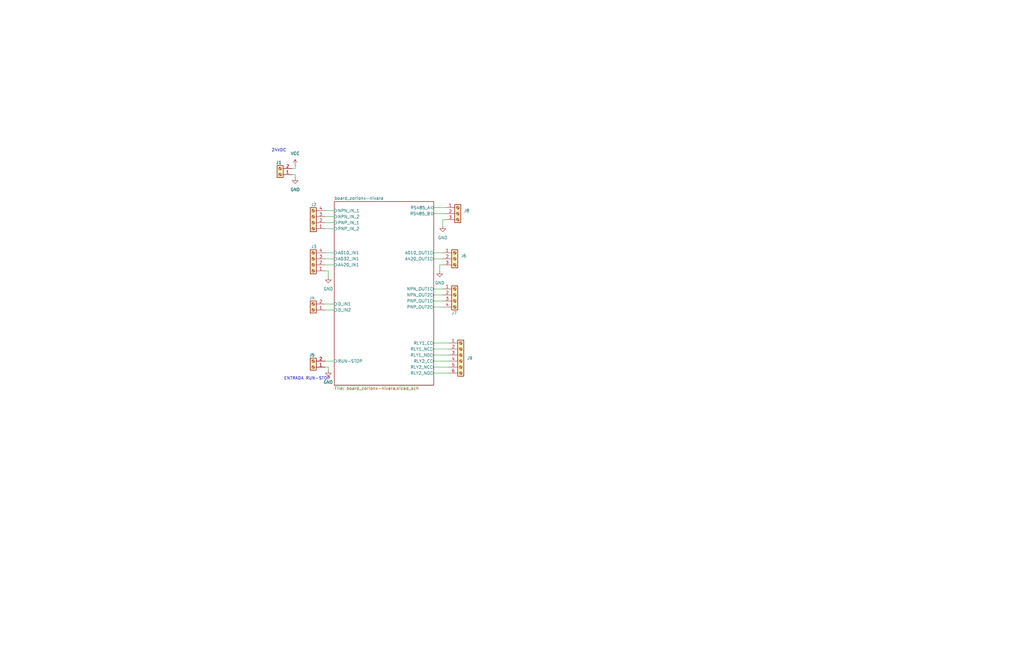
<source format=kicad_sch>
(kicad_sch (version 20250114) (generator "eeschema") (generator_version "9.0")
  (paper "USLedger")
  (title_block (title "ZOrionX - Nivara") (date "2025-06-06") (rev "1") (company "ELECTIVA ITLA"))
  (lib_symbols
    (symbol "Connector:Screw_Terminal_01x02" (pin_names (offset 1.016) (hide yes))
      (property "Reference" "J" (at 0 2.54 0))
      (property "Value" "Screw_Terminal_01x02" (at 0 -5.08 0))
      (symbol "Screw_Terminal_01x02_1_1"
        (rectangle (start -1.27 1.27) (end 1.27 -3.81) (stroke (width 0.254)) (fill (type background)))
        (polyline (pts (xy -0.5334 0.3302) (xy 0.3302 -0.508)) (stroke (width 0.1524)))
        (polyline (pts (xy -0.5334 -2.2098) (xy 0.3302 -3.048)) (stroke (width 0.1524)))
        (polyline (pts (xy -0.3556 0.508) (xy 0.508 -0.3302)) (stroke (width 0.1524)))
        (polyline (pts (xy -0.3556 -2.032) (xy 0.508 -2.8702)) (stroke (width 0.1524)))
        (circle (center 0 0) (radius 0.635) (stroke (width 0.1524)))
        (circle (center 0 -2.54) (radius 0.635) (stroke (width 0.1524)))
        (pin passive line (at -5.08 0 0) (length 3.81) (name "Pin_1") (number "1"))
        (pin passive line (at -5.08 -2.54 0) (length 3.81) (name "Pin_2") (number "2"))
      )
    )
    (symbol "Connector:Screw_Terminal_01x03" (pin_names (offset 1.016) (hide yes))
      (property "Reference" "J" (at 0 5.08 0))
      (property "Value" "Screw_Terminal_01x03" (at 0 -5.08 0))
      (symbol "Screw_Terminal_01x03_1_1"
        (rectangle (start -1.27 3.81) (end 1.27 -3.81) (stroke (width 0.254)) (fill (type background)))
        (polyline (pts (xy -0.5334 2.8702) (xy 0.3302 2.032)) (stroke (width 0.1524)))
        (polyline (pts (xy -0.5334 0.3302) (xy 0.3302 -0.508)) (stroke (width 0.1524)))
        (polyline (pts (xy -0.5334 -2.2098) (xy 0.3302 -3.048)) (stroke (width 0.1524)))
        (polyline (pts (xy -0.3556 3.048) (xy 0.508 2.2098)) (stroke (width 0.1524)))
        (polyline (pts (xy -0.3556 0.508) (xy 0.508 -0.3302)) (stroke (width 0.1524)))
        (polyline (pts (xy -0.3556 -2.032) (xy 0.508 -2.8702)) (stroke (width 0.1524)))
        (circle (center 0 2.54) (radius 0.635) (stroke (width 0.1524)))
        (circle (center 0 0) (radius 0.635) (stroke (width 0.1524)))
        (circle (center 0 -2.54) (radius 0.635) (stroke (width 0.1524)))
        (pin passive line (at -5.08 2.54 0) (length 3.81) (name "Pin_1") (number "1"))
        (pin passive line (at -5.08 0 0) (length 3.81) (name "Pin_2") (number "2"))
        (pin passive line (at -5.08 -2.54 0) (length 3.81) (name "Pin_3") (number "3"))
      )
    )
    (symbol "Connector:Screw_Terminal_01x04" (pin_names (offset 1.016) (hide yes))
      (property "Reference" "J" (at 0 5.08 0))
      (property "Value" "Screw_Terminal_01x04" (at 0 -7.62 0))
      (symbol "Screw_Terminal_01x04_1_1"
        (rectangle (start -1.27 3.81) (end 1.27 -6.35) (stroke (width 0.254)) (fill (type background)))
        (polyline (pts (xy -0.5334 2.8702) (xy 0.3302 2.032)) (stroke (width 0.1524)))
        (polyline (pts (xy -0.5334 0.3302) (xy 0.3302 -0.508)) (stroke (width 0.1524)))
        (polyline (pts (xy -0.5334 -2.2098) (xy 0.3302 -3.048)) (stroke (width 0.1524)))
        (polyline (pts (xy -0.5334 -4.7498) (xy 0.3302 -5.588)) (stroke (width 0.1524)))
        (polyline (pts (xy -0.3556 3.048) (xy 0.508 2.2098)) (stroke (width 0.1524)))
        (polyline (pts (xy -0.3556 0.508) (xy 0.508 -0.3302)) (stroke (width 0.1524)))
        (polyline (pts (xy -0.3556 -2.032) (xy 0.508 -2.8702)) (stroke (width 0.1524)))
        (polyline (pts (xy -0.3556 -4.572) (xy 0.508 -5.4102)) (stroke (width 0.1524)))
        (circle (center 0 2.54) (radius 0.635) (stroke (width 0.1524)))
        (circle (center 0 0) (radius 0.635) (stroke (width 0.1524)))
        (circle (center 0 -2.54) (radius 0.635) (stroke (width 0.1524)))
        (circle (center 0 -5.08) (radius 0.635) (stroke (width 0.1524)))
        (pin passive line (at -5.08 2.54 0) (length 3.81) (name "Pin_1") (number "1"))
        (pin passive line (at -5.08 0 0) (length 3.81) (name "Pin_2") (number "2"))
        (pin passive line (at -5.08 -2.54 0) (length 3.81) (name "Pin_3") (number "3"))
        (pin passive line (at -5.08 -5.08 0) (length 3.81) (name "Pin_4") (number "4"))
      )
    )
    (symbol "Connector:Screw_Terminal_01x06" (pin_names (offset 1.016) (hide yes))
      (property "Reference" "J" (at 0 7.62 0))
      (property "Value" "Screw_Terminal_01x06" (at 0 -10.16 0))
      (symbol "Screw_Terminal_01x06_1_1"
        (rectangle (start -1.27 6.35) (end 1.27 -8.89) (stroke (width 0.254)) (fill (type background)))
        (polyline (pts (xy -0.5334 5.4102) (xy 0.3302 4.572)) (stroke (width 0.1524)))
        (polyline (pts (xy -0.5334 2.8702) (xy 0.3302 2.032)) (stroke (width 0.1524)))
        (polyline (pts (xy -0.5334 0.3302) (xy 0.3302 -0.508)) (stroke (width 0.1524)))
        (polyline (pts (xy -0.5334 -2.2098) (xy 0.3302 -3.048)) (stroke (width 0.1524)))
        (polyline (pts (xy -0.5334 -4.7498) (xy 0.3302 -5.588)) (stroke (width 0.1524)))
        (polyline (pts (xy -0.5334 -7.2898) (xy 0.3302 -8.128)) (stroke (width 0.1524)))
        (polyline (pts (xy -0.3556 5.588) (xy 0.508 4.7498)) (stroke (width 0.1524)))
        (polyline (pts (xy -0.3556 3.048) (xy 0.508 2.2098)) (stroke (width 0.1524)))
        (polyline (pts (xy -0.3556 0.508) (xy 0.508 -0.3302)) (stroke (width 0.1524)))
        (polyline (pts (xy -0.3556 -2.032) (xy 0.508 -2.8702)) (stroke (width 0.1524)))
        (polyline (pts (xy -0.3556 -4.572) (xy 0.508 -5.4102)) (stroke (width 0.1524)))
        (polyline (pts (xy -0.3556 -7.112) (xy 0.508 -7.9502)) (stroke (width 0.1524)))
        (circle (center 0 5.08) (radius 0.635) (stroke (width 0.1524)))
        (circle (center 0 2.54) (radius 0.635) (stroke (width 0.1524)))
        (circle (center 0 0) (radius 0.635) (stroke (width 0.1524)))
        (circle (center 0 -2.54) (radius 0.635) (stroke (width 0.1524)))
        (circle (center 0 -5.08) (radius 0.635) (stroke (width 0.1524)))
        (circle (center 0 -7.62) (radius 0.635) (stroke (width 0.1524)))
        (pin passive line (at -5.08 5.08 0) (length 3.81) (name "Pin_1") (number "1"))
        (pin passive line (at -5.08 2.54 0) (length 3.81) (name "Pin_2") (number "2"))
        (pin passive line (at -5.08 0 0) (length 3.81) (name "Pin_3") (number "3"))
        (pin passive line (at -5.08 -2.54 0) (length 3.81) (name "Pin_4") (number "4"))
        (pin passive line (at -5.08 -5.08 0) (length 3.81) (name "Pin_5") (number "5"))
        (pin passive line (at -5.08 -7.62 0) (length 3.81) (name "Pin_6") (number "6"))
      )
    )
    (symbol "power:GND" (power) (pin_numbers (hide yes)) (pin_names (offset 0) (hide yes))
      (property "Value" "GND" (at 0 -3.81 0))
      (symbol "GND_0_1"
        (polyline (pts (xy 0 0) (xy 0 -1.27) (xy 1.27 -1.27) (xy 0 -2.54) (xy -1.27 -1.27) (xy 0 -1.27)))
      )
      (symbol "GND_1_1"
        (pin power_in line (at 0 0 270) (length 0) (name "~") (number "1"))
      )
    )
    (symbol "power:VCC" (power) (pin_numbers (hide yes)) (pin_names (offset 0) (hide yes))
      (property "Value" "VCC" (at 0 3.556 0))
      (symbol "VCC_0_1"
        (polyline (pts (xy -0.762 1.27) (xy 0 2.54)))
        (polyline (pts (xy 0 2.54) (xy 0.762 1.27)))
        (polyline (pts (xy 0 0) (xy 0 2.54)))
      )
      (symbol "VCC_1_1"
        (pin power_in line (at 0 0 90) (length 0) (name "~") (number "1"))
      )
    )
  )
  (text "ENTRADA RUN-STOP" (at 129.54 159.766 0) (effects (font (size 1.27 1.27))))
  (text "24VDC" (at 117.602 63.5 0) (effects (font (size 1.27 1.27))))
  (wire (pts (xy 182.88 127) (xy 186.69 127)))
  (wire (pts (xy 186.69 95.25) (xy 186.69 92.71)))
  (wire (pts (xy 137.16 106.68) (xy 140.97 106.68)))
  (wire (pts (xy 137.16 114.3) (xy 138.43 114.3)))
  (wire (pts (xy 182.88 109.22) (xy 186.69 109.22)))
  (wire (pts (xy 137.16 93.98) (xy 140.97 93.98)))
  (wire (pts (xy 182.88 129.54) (xy 186.69 129.54)))
  (wire (pts (xy 137.16 152.4) (xy 140.97 152.4)))
  (wire (pts (xy 137.16 109.22) (xy 140.97 109.22)))
  (wire (pts (xy 137.16 130.81) (xy 140.97 130.81)))
  (wire (pts (xy 185.42 111.76) (xy 186.69 111.76)))
  (wire (pts (xy 137.16 128.27) (xy 140.97 128.27)))
  (wire (pts (xy 182.88 144.78) (xy 189.23 144.78)))
  (wire (pts (xy 182.88 154.94) (xy 189.23 154.94)))
  (wire (pts (xy 182.88 87.63) (xy 187.96 87.63)))
  (wire (pts (xy 124.46 73.66) (xy 124.46 74.93)))
  (wire (pts (xy 182.88 147.32) (xy 189.23 147.32)))
  (wire (pts (xy 185.42 114.3) (xy 185.42 111.76)))
  (wire (pts (xy 182.88 149.86) (xy 189.23 149.86)))
  (wire (pts (xy 182.88 124.46) (xy 186.69 124.46)))
  (wire (pts (xy 137.16 88.9) (xy 140.97 88.9)))
  (wire (pts (xy 138.43 114.3) (xy 138.43 116.84)))
  (wire (pts (xy 124.46 71.12) (xy 123.19 71.12)))
  (wire (pts (xy 182.88 90.17) (xy 187.96 90.17)))
  (wire (pts (xy 138.43 154.94) (xy 138.43 156.21)))
  (wire (pts (xy 182.88 152.4) (xy 189.23 152.4)))
  (wire (pts (xy 182.88 106.68) (xy 186.69 106.68)))
  (wire (pts (xy 137.16 96.52) (xy 140.97 96.52)))
  (wire (pts (xy 182.88 157.48) (xy 189.23 157.48)))
  (wire (pts (xy 137.16 91.44) (xy 140.97 91.44)))
  (wire (pts (xy 186.69 92.71) (xy 187.96 92.71)))
  (wire (pts (xy 137.16 111.76) (xy 140.97 111.76)))
  (wire (pts (xy 123.19 73.66) (xy 124.46 73.66)))
  (wire (pts (xy 137.16 154.94) (xy 138.43 154.94)))
  (wire (pts (xy 124.46 69.85) (xy 124.46 71.12)))
  (wire (pts (xy 182.88 121.92) (xy 186.69 121.92)))
  (symbol (lib_id "Connector:Screw_Terminal_01x04") (at 191.77 124.46 0) (unit 1)
    (property "Reference" "J7" (at 191.516 132.08 0))
    (property "Value" "Screw_Terminal_01x04" (effects (hide yes)))
    (property "Description" "Generic screw terminal, single row, 01x04, script generated (kicad-library-utils/schlib/autogen/connector/)" (effects (hide yes)))
  )
  (symbol (lib_id "power:GND") (at 124.46 74.93 0) (unit 1)
    (property "Reference" "#PWR02" (effects (hide yes)))
    (property "Value" "GND" (at 124.46 80.01 0))
    (property "Description" "Power symbol creates a global label with name \"GND\" , ground" (effects (hide yes)))
  )
  (symbol (lib_id "power:GND") (at 138.43 116.84 0) (unit 1)
    (property "Reference" "#PWR03" (effects (hide yes)))
    (property "Value" "GND" (at 138.43 121.92 0))
    (property "Description" "Power symbol creates a global label with name \"GND\" , ground" (effects (hide yes)))
  )
  (symbol (lib_id "Connector:Screw_Terminal_01x02") (at 132.08 130.81 180) (unit 1)
    (property "Reference" "J4" (at 131.572 125.73 0))
    (property "Value" "Screw_Terminal_01x02" (effects (hide yes)))
    (property "Description" "Generic screw terminal, single row, 01x02, script generated (kicad-library-utils/schlib/autogen/connector/)" (effects (hide yes)))
  )
  (symbol (lib_id "Connector:Screw_Terminal_01x04") (at 132.08 111.76 180) (unit 1)
    (property "Reference" "J3" (at 132.334 104.14 0))
    (property "Value" "Screw_Terminal_01x04" (effects (hide yes)))
    (property "Description" "Generic screw terminal, single row, 01x04, script generated (kicad-library-utils/schlib/autogen/connector/)" (effects (hide yes)))
  )
  (symbol (lib_id "Connector:Screw_Terminal_01x02") (at 118.11 73.66 180) (unit 1)
    (property "Reference" "J1" (at 117.602 68.58 0))
    (property "Value" "Screw_Terminal_01x02" (effects (hide yes)))
    (property "Description" "Generic screw terminal, single row, 01x02, script generated (kicad-library-utils/schlib/autogen/connector/)" (effects (hide yes)))
  )
  (symbol (lib_id "Connector:Screw_Terminal_01x03") (at 193.04 90.17 0) (unit 1)
    (property "Reference" "J8" (at 195.58 88.8999 0) (effects (justify left)))
    (property "Value" "Screw_Terminal_01x03" (effects (hide yes)))
    (property "Description" "Generic screw terminal, single row, 01x03, script generated (kicad-library-utils/schlib/autogen/connector/)" (effects (hide yes)))
  )
  (symbol (lib_id "Connector:Screw_Terminal_01x06") (at 194.31 149.86 0) (unit 1)
    (property "Reference" "J9" (at 196.85 151.1299 0) (effects (justify left)))
    (property "Value" "Screw_Terminal_01x06" (effects (hide yes)))
    (property "Footprint" "TerminalBlock:TerminalBlock_MaiXu_MX126-5.0-06P_1x06_P5.00mm" (effects (hide yes)))
    (property "Description" "Generic screw terminal, single row, 01x06, script generated (kicad-library-utils/schlib/autogen/connector/)" (effects (hide yes)))
  )
  (symbol (lib_id "Connector:Screw_Terminal_01x03") (at 191.77 109.22 0) (unit 1)
    (property "Reference" "J6" (at 194.31 107.9499 0) (effects (justify left)))
    (property "Value" "Screw_Terminal_01x03" (effects (hide yes)))
    (property "Description" "Generic screw terminal, single row, 01x03, script generated (kicad-library-utils/schlib/autogen/connector/)" (effects (hide yes)))
  )
  (symbol (lib_id "power:VCC") (at 124.46 69.85 0) (unit 1)
    (property "Reference" "#PWR01" (effects (hide yes)))
    (property "Value" "VCC" (at 124.46 64.77 0))
    (property "Description" "Power symbol creates a global label with name \"VCC\"" (effects (hide yes)))
  )
  (symbol (lib_id "power:GND") (at 185.42 114.3 0) (unit 1)
    (property "Reference" "#PWR05" (effects (hide yes)))
    (property "Value" "GND" (at 185.42 119.38 0))
    (property "Description" "Power symbol creates a global label with name \"GND\" , ground" (effects (hide yes)))
  )
  (symbol (lib_id "power:GND") (at 138.43 156.21 0) (unit 1)
    (property "Reference" "#PWR04" (effects (hide yes)))
    (property "Value" "GND" (at 138.43 161.29 0))
    (property "Description" "Power symbol creates a global label with name \"GND\" , ground" (effects (hide yes)))
  )
  (symbol (lib_id "Connector:Screw_Terminal_01x04") (at 132.08 93.98 180) (unit 1)
    (property "Reference" "J2" (at 132.334 86.36 0))
    (property "Value" "Screw_Terminal_01x04" (effects (hide yes)))
    (property "Description" "Generic screw terminal, single row, 01x04, script generated (kicad-library-utils/schlib/autogen/connector/)" (effects (hide yes)))
  )
  (symbol (lib_id "Connector:Screw_Terminal_01x02") (at 132.08 154.94 180) (unit 1)
    (property "Reference" "J5" (at 131.572 149.86 0))
    (property "Value" "Screw_Terminal_01x02" (effects (hide yes)))
    (property "Description" "Generic screw terminal, single row, 01x02, script generated (kicad-library-utils/schlib/autogen/connector/)" (effects (hide yes)))
  )
  (symbol (lib_id "power:GND") (at 186.69 95.25 0) (unit 1)
    (property "Reference" "#PWR06" (effects (hide yes)))
    (property "Value" "GND" (at 186.69 100.33 0))
    (property "Description" "Power symbol creates a global label with name \"GND\" , ground" (effects (hide yes)))
  )
  (sheet (at 140.97 85.09) (size 41.91 77.47) (stroke (width 0.1524))
    (property "Sheetname" "board_zorionx-nivara" (at 140.97 84.3784 0) (effects (justify left bottom)))
    (property "Sheetfile" "board_zorionx-nivara.kicad_sch" (at 140.97 163.1446 0) (effects (justify left top)))
    (pin "A010_IN1" input (at 140.97 106.68 180))
    (pin "A010_OUT1" output (at 182.88 106.68 0))
    (pin "A032_IN1" input (at 140.97 109.22 180))
    (pin "A420_IN1" input (at 140.97 111.76 180))
    (pin "A420_OUT1" output (at 182.88 109.22 0))
    (pin "D_IN1" input (at 140.97 128.27 180))
    (pin "D_IN2" input (at 140.97 130.81 180))
    (pin "NPN_IN_1" input (at 140.97 88.9 180))
    (pin "NPN_IN_2" input (at 140.97 91.44 180))
    (pin "PNP_IN_1" input (at 140.97 93.98 180))
    (pin "PNP_IN_2" input (at 140.97 96.52 180))
    (pin "RLY1_C" output (at 182.88 144.78 0))
    (pin "RLY1_NC" output (at 182.88 147.32 0))
    (pin "RLY1_NO" output (at 182.88 149.86 0))
    (pin "RLY2_C" output (at 182.88 152.4 0))
    (pin "RLY2_NC" output (at 182.88 154.94 0))
    (pin "RLY2_NO" output (at 182.88 157.48 0))
    (pin "RS485_A" bidirectional (at 182.88 87.63 0))
    (pin "RS485_B" bidirectional (at 182.88 90.17 0))
    (pin "RUN-STOP" input (at 140.97 152.4 180))
    (pin "NPN_OUT1" output (at 182.88 121.92 0))
    (pin "NPN_OUT2" output (at 182.88 124.46 0))
    (pin "PNP_OUT1" output (at 182.88 127 0))
    (pin "PNP_OUT2" output (at 182.88 129.54 0))
  )
)
</source>
